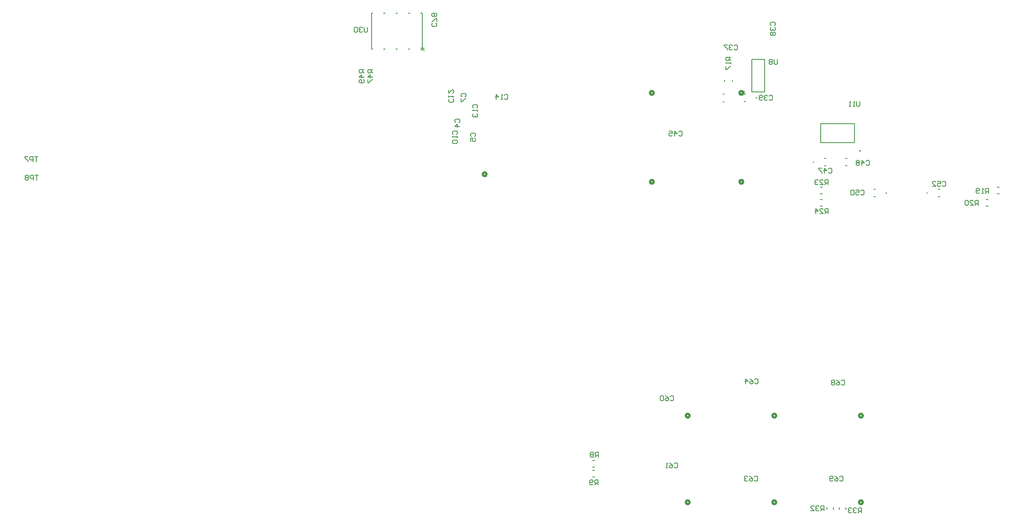
<source format=gbo>
G04*
G04 #@! TF.GenerationSoftware,Altium Limited,Altium Designer,25.1.2 (22)*
G04*
G04 Layer_Color=32896*
%FSLAX25Y25*%
%MOIN*%
G70*
G04*
G04 #@! TF.SameCoordinates,DBC5BB4E-B95F-4F78-ABC1-F02F3F3965D1*
G04*
G04*
G04 #@! TF.FilePolarity,Positive*
G04*
G01*
G75*
%ADD10C,0.00600*%
%ADD11C,0.02000*%
%ADD14C,0.00787*%
%ADD15C,0.00984*%
%ADD17C,0.00800*%
%ADD18C,0.00300*%
D10*
X627750Y385000D02*
G03*
X627750Y385000I-300J0D01*
G01*
X673850Y333000D02*
G03*
X673850Y333000I-300J0D01*
G01*
X709750D02*
G03*
X709750Y333000I-300J0D01*
G01*
X711650Y342150D02*
G03*
X711650Y342150I-500J0D01*
G01*
X732750Y308000D02*
G03*
X732750Y308000I-300J0D01*
G01*
X765850D02*
G03*
X765850Y308000I-300J0D01*
G01*
X356031Y453600D02*
X357300D01*
X316300Y424600D02*
Y453600D01*
X317569D01*
X357300Y424600D02*
Y453600D01*
X356060Y424600D02*
X357300D01*
X346031D02*
X347540D01*
X336031D02*
X337569D01*
X326031D02*
X327569D01*
X316300D02*
X317569D01*
X326031Y453600D02*
X327569D01*
X336031D02*
X337569D01*
X346031D02*
X347569D01*
X617297Y387950D02*
X618703D01*
X617297Y382050D02*
X618703D01*
X601750Y398397D02*
Y399603D01*
X608250Y398397D02*
Y399603D01*
X600397Y381750D02*
X601603D01*
X600397Y388250D02*
X601603D01*
X682297Y335950D02*
X683703D01*
X682297Y330050D02*
X683703D01*
X699297Y335950D02*
X700703D01*
X699297Y330050D02*
X700703D01*
X679350Y348750D02*
X706650D01*
X679350D02*
Y364250D01*
X706650D01*
Y348750D02*
Y364250D01*
X722297Y305050D02*
X723703D01*
X722297Y310950D02*
X723703D01*
X774297D02*
X775703D01*
X774297Y305050D02*
X775703D01*
D11*
X643500Y58000D02*
G03*
X643500Y58000I-1500J0D01*
G01*
X544500Y389000D02*
G03*
X544500Y389000I-1500J0D01*
G01*
Y317100D02*
G03*
X544500Y317100I-1500J0D01*
G01*
X616800D02*
G03*
X616800Y317100I-1500J0D01*
G01*
Y389000D02*
G03*
X616800Y389000I-1500J0D01*
G01*
X409350Y323224D02*
G03*
X409350Y323224I-1500J0D01*
G01*
X713500Y58000D02*
G03*
X713500Y58000I-1500J0D01*
G01*
Y128000D02*
G03*
X713500Y128000I-1500J0D01*
G01*
X573500D02*
G03*
X573500Y128000I-1500J0D01*
G01*
Y58000D02*
G03*
X573500Y58000I-1500J0D01*
G01*
X643500Y128000D02*
G03*
X643500Y128000I-1500J0D01*
G01*
D14*
X495114Y91658D02*
X496886D01*
X495114Y86343D02*
X496886D01*
X495114Y78342D02*
X496886D01*
X495114Y83657D02*
X496886D01*
X822114Y307343D02*
X823886D01*
X822114Y312657D02*
X823886D01*
X813114Y297342D02*
X814886D01*
X813114Y302658D02*
X814886D01*
X623882Y416189D02*
X634118D01*
X623882Y389811D02*
X634118D01*
Y416189D01*
X623882Y389811D02*
Y416189D01*
X679114Y307343D02*
X680886D01*
X679114Y312657D02*
X680886D01*
X679114Y297342D02*
X680886D01*
X679114Y302658D02*
X680886D01*
X689657Y52114D02*
Y53886D01*
X684342Y52114D02*
Y53886D01*
X699657Y52114D02*
Y53886D01*
X694343Y52114D02*
Y53886D01*
D15*
X617878Y389811D02*
G03*
X617878Y389811I-492J0D01*
G01*
D17*
X47000Y322299D02*
X44334D01*
X45667D01*
Y318300D01*
X43001D02*
Y322299D01*
X41002D01*
X40336Y321632D01*
Y320299D01*
X41002Y319633D01*
X43001D01*
X39003Y321632D02*
X38336Y322299D01*
X37003D01*
X36337Y321632D01*
Y320966D01*
X37003Y320299D01*
X36337Y319633D01*
Y318966D01*
X37003Y318300D01*
X38336D01*
X39003Y318966D01*
Y319633D01*
X38336Y320299D01*
X39003Y320966D01*
Y321632D01*
X38336Y320299D02*
X37003D01*
X310299Y407632D02*
X306301D01*
Y405632D01*
X306967Y404966D01*
X308300D01*
X308966Y405632D01*
Y407632D01*
Y406299D02*
X310299Y404966D01*
Y401634D02*
X306301D01*
X308300Y403633D01*
Y400967D01*
X309633Y399634D02*
X310299Y398968D01*
Y397635D01*
X309633Y396968D01*
X306967D01*
X306301Y397635D01*
Y398968D01*
X306967Y399634D01*
X307634D01*
X308300Y398968D01*
Y396968D01*
X313032Y441999D02*
Y438667D01*
X312365Y438001D01*
X311032D01*
X310366Y438667D01*
Y441999D01*
X309033Y441333D02*
X308366Y441999D01*
X307034D01*
X306367Y441333D01*
Y440666D01*
X307034Y440000D01*
X307700D01*
X307034D01*
X306367Y439334D01*
Y438667D01*
X307034Y438001D01*
X308366D01*
X309033Y438667D01*
X305034Y441333D02*
X304368Y441999D01*
X303035D01*
X302368Y441333D01*
Y438667D01*
X303035Y438001D01*
X304368D01*
X305034Y438667D01*
Y441333D01*
X368333Y445334D02*
X368999Y444668D01*
Y443335D01*
X368333Y442668D01*
X365667D01*
X365001Y443335D01*
Y444668D01*
X365667Y445334D01*
X368999Y446667D02*
Y449333D01*
X368333D01*
X365667Y446667D01*
X365001D01*
X368333Y450666D02*
X368999Y451332D01*
Y452665D01*
X368333Y453332D01*
X367666D01*
X367000Y452665D01*
X366334Y453332D01*
X365667D01*
X365001Y452665D01*
Y451332D01*
X365667Y450666D01*
X366334D01*
X367000Y451332D01*
X367666Y450666D01*
X368333D01*
X367000Y451332D02*
Y452665D01*
X384567Y365166D02*
X383901Y365833D01*
Y367166D01*
X384567Y367832D01*
X387233D01*
X387899Y367166D01*
Y365833D01*
X387233Y365166D01*
X387899Y361834D02*
X383901D01*
X385900Y363833D01*
Y361168D01*
X397067Y353666D02*
X396401Y354333D01*
Y355666D01*
X397067Y356332D01*
X399733D01*
X400399Y355666D01*
Y354333D01*
X399733Y353666D01*
X396401Y349668D02*
Y352333D01*
X398400D01*
X397734Y351001D01*
Y350334D01*
X398400Y349668D01*
X399733D01*
X400399Y350334D01*
Y351667D01*
X399733Y352333D01*
X389467Y385666D02*
X388801Y386333D01*
Y387666D01*
X389467Y388332D01*
X392133D01*
X392799Y387666D01*
Y386333D01*
X392133Y385666D01*
X388801Y384333D02*
Y381668D01*
X389467D01*
X392133Y384333D01*
X392799D01*
X382467Y355333D02*
X381801Y355999D01*
Y357332D01*
X382467Y357998D01*
X385133D01*
X385799Y357332D01*
Y355999D01*
X385133Y355333D01*
X385799Y354000D02*
Y352667D01*
Y353333D01*
X381801D01*
X382467Y354000D01*
Y350667D02*
X381801Y350001D01*
Y348668D01*
X382467Y348002D01*
X385133D01*
X385799Y348668D01*
Y350001D01*
X385133Y350667D01*
X382467D01*
X382233Y384267D02*
X382899Y383601D01*
Y382268D01*
X382233Y381602D01*
X379567D01*
X378901Y382268D01*
Y383601D01*
X379567Y384267D01*
X378901Y385600D02*
Y386933D01*
Y386267D01*
X382899D01*
X382233Y385600D01*
X378901Y391598D02*
Y388933D01*
X381566Y391598D01*
X382233D01*
X382899Y390932D01*
Y389599D01*
X382233Y388933D01*
X398867Y376633D02*
X398201Y377299D01*
Y378632D01*
X398867Y379298D01*
X401533D01*
X402199Y378632D01*
Y377299D01*
X401533Y376633D01*
X402199Y375300D02*
Y373967D01*
Y374633D01*
X398201D01*
X398867Y375300D01*
Y371967D02*
X398201Y371301D01*
Y369968D01*
X398867Y369302D01*
X399534D01*
X400200Y369968D01*
Y370635D01*
Y369968D01*
X400866Y369302D01*
X401533D01*
X402199Y369968D01*
Y371301D01*
X401533Y371967D01*
X423733Y387033D02*
X424399Y387699D01*
X425732D01*
X426398Y387033D01*
Y384367D01*
X425732Y383701D01*
X424399D01*
X423733Y384367D01*
X422400Y383701D02*
X421067D01*
X421733D01*
Y387699D01*
X422400Y387033D01*
X417068Y383701D02*
Y387699D01*
X419067Y385700D01*
X416402D01*
X609466Y427033D02*
X610132Y427699D01*
X611465D01*
X612132Y427033D01*
Y424367D01*
X611465Y423701D01*
X610132D01*
X609466Y424367D01*
X608133Y427033D02*
X607466Y427699D01*
X606134D01*
X605467Y427033D01*
Y426366D01*
X606134Y425700D01*
X606800D01*
X606134D01*
X605467Y425034D01*
Y424367D01*
X606134Y423701D01*
X607466D01*
X608133Y424367D01*
X604134Y427699D02*
X601468D01*
Y427033D01*
X604134Y424367D01*
Y423701D01*
X639367Y443566D02*
X638701Y444232D01*
Y445565D01*
X639367Y446232D01*
X642033D01*
X642699Y445565D01*
Y444232D01*
X642033Y443566D01*
X639367Y442233D02*
X638701Y441566D01*
Y440234D01*
X639367Y439567D01*
X640034D01*
X640700Y440234D01*
Y440900D01*
Y440234D01*
X641366Y439567D01*
X642033D01*
X642699Y440234D01*
Y441566D01*
X642033Y442233D01*
X639367Y438234D02*
X638701Y437568D01*
Y436235D01*
X639367Y435568D01*
X640034D01*
X640700Y436235D01*
X641366Y435568D01*
X642033D01*
X642699Y436235D01*
Y437568D01*
X642033Y438234D01*
X641366D01*
X640700Y437568D01*
X640034Y438234D01*
X639367D01*
X640700Y437568D02*
Y436235D01*
X637766Y386433D02*
X638432Y387099D01*
X639765D01*
X640432Y386433D01*
Y383767D01*
X639765Y383101D01*
X638432D01*
X637766Y383767D01*
X636433Y386433D02*
X635766Y387099D01*
X634434D01*
X633767Y386433D01*
Y385766D01*
X634434Y385100D01*
X635100D01*
X634434D01*
X633767Y384434D01*
Y383767D01*
X634434Y383101D01*
X635766D01*
X636433Y383767D01*
X632434D02*
X631768Y383101D01*
X630435D01*
X629768Y383767D01*
Y386433D01*
X630435Y387099D01*
X631768D01*
X632434Y386433D01*
Y385766D01*
X631768Y385100D01*
X629768D01*
X499732Y94401D02*
Y98399D01*
X497733D01*
X497066Y97733D01*
Y96400D01*
X497733Y95734D01*
X499732D01*
X498399D02*
X497066Y94401D01*
X495733Y97733D02*
X495067Y98399D01*
X493734D01*
X493068Y97733D01*
Y97066D01*
X493734Y96400D01*
X493068Y95734D01*
Y95067D01*
X493734Y94401D01*
X495067D01*
X495733Y95067D01*
Y95734D01*
X495067Y96400D01*
X495733Y97066D01*
Y97733D01*
X495067Y96400D02*
X493734D01*
X499532Y72101D02*
Y76099D01*
X497533D01*
X496866Y75433D01*
Y74100D01*
X497533Y73434D01*
X499532D01*
X498199D02*
X496866Y72101D01*
X495534Y72767D02*
X494867Y72101D01*
X493534D01*
X492868Y72767D01*
Y75433D01*
X493534Y76099D01*
X494867D01*
X495534Y75433D01*
Y74766D01*
X494867Y74100D01*
X492868D01*
X606799Y417698D02*
X602801D01*
Y415699D01*
X603467Y415033D01*
X604800D01*
X605466Y415699D01*
Y417698D01*
Y416365D02*
X606799Y415033D01*
Y413700D02*
Y412367D01*
Y413033D01*
X602801D01*
X603467Y413700D01*
X602801Y410367D02*
Y407702D01*
X603467D01*
X606133Y410367D01*
X606799D01*
X815098Y307901D02*
Y311899D01*
X813099D01*
X812433Y311233D01*
Y309900D01*
X813099Y309234D01*
X815098D01*
X813766D02*
X812433Y307901D01*
X811100D02*
X809767D01*
X810433D01*
Y311899D01*
X811100Y311233D01*
X807767Y308567D02*
X807101Y307901D01*
X805768D01*
X805102Y308567D01*
Y311233D01*
X805768Y311899D01*
X807101D01*
X807767Y311233D01*
Y310566D01*
X807101Y309900D01*
X805102D01*
X806632Y298001D02*
Y301999D01*
X804632D01*
X803966Y301333D01*
Y300000D01*
X804632Y299334D01*
X806632D01*
X805299D02*
X803966Y298001D01*
X799967D02*
X802633D01*
X799967Y300666D01*
Y301333D01*
X800634Y301999D01*
X801966D01*
X802633Y301333D01*
X798634D02*
X797968Y301999D01*
X796635D01*
X795968Y301333D01*
Y298667D01*
X796635Y298001D01*
X797968D01*
X798634Y298667D01*
Y301333D01*
X644532Y416199D02*
Y412867D01*
X643866Y412201D01*
X642533D01*
X641866Y412867D01*
Y416199D01*
X640533Y415533D02*
X639867Y416199D01*
X638534D01*
X637868Y415533D01*
Y414866D01*
X638534Y414200D01*
X637868Y413534D01*
Y412867D01*
X638534Y412201D01*
X639867D01*
X640533Y412867D01*
Y413534D01*
X639867Y414200D01*
X640533Y414866D01*
Y415533D01*
X639867Y414200D02*
X638534D01*
X564866Y357433D02*
X565532Y358099D01*
X566865D01*
X567532Y357433D01*
Y354767D01*
X566865Y354101D01*
X565532D01*
X564866Y354767D01*
X561534Y354101D02*
Y358099D01*
X563533Y356100D01*
X560867D01*
X556868Y358099D02*
X559534D01*
Y356100D01*
X558201Y356766D01*
X557535D01*
X556868Y356100D01*
Y354767D01*
X557535Y354101D01*
X558868D01*
X559534Y354767D01*
X685766Y327533D02*
X686432Y328199D01*
X687765D01*
X688432Y327533D01*
Y324867D01*
X687765Y324201D01*
X686432D01*
X685766Y324867D01*
X682434Y324201D02*
Y328199D01*
X684433Y326200D01*
X681767D01*
X680434Y328199D02*
X677768D01*
Y327533D01*
X680434Y324867D01*
Y324201D01*
X715966Y333933D02*
X716632Y334599D01*
X717965D01*
X718632Y333933D01*
Y331267D01*
X717965Y330601D01*
X716632D01*
X715966Y331267D01*
X712634Y330601D02*
Y334599D01*
X714633Y332600D01*
X711967D01*
X710634Y333933D02*
X709968Y334599D01*
X708635D01*
X707968Y333933D01*
Y333266D01*
X708635Y332600D01*
X707968Y331934D01*
Y331267D01*
X708635Y330601D01*
X709968D01*
X710634Y331267D01*
Y331934D01*
X709968Y332600D01*
X710634Y333266D01*
Y333933D01*
X709968Y332600D02*
X708635D01*
X711200Y381999D02*
Y378666D01*
X710534Y378000D01*
X709201D01*
X708534Y378666D01*
Y381999D01*
X707201Y378000D02*
X705868D01*
X706535D01*
Y381999D01*
X707201Y381332D01*
X703869Y378000D02*
X702536D01*
X703203D01*
Y381999D01*
X703869Y381332D01*
X46900Y337399D02*
X44234D01*
X45567D01*
Y333400D01*
X42901D02*
Y337399D01*
X40902D01*
X40235Y336732D01*
Y335399D01*
X40902Y334733D01*
X42901D01*
X38903Y337399D02*
X36237D01*
Y336732D01*
X38903Y334066D01*
Y333400D01*
X711866Y309733D02*
X712532Y310399D01*
X713865D01*
X714532Y309733D01*
Y307067D01*
X713865Y306401D01*
X712532D01*
X711866Y307067D01*
X707867Y310399D02*
X710533D01*
Y308400D01*
X709200Y309066D01*
X708534D01*
X707867Y308400D01*
Y307067D01*
X708534Y306401D01*
X709866D01*
X710533Y307067D01*
X706534Y309733D02*
X705868Y310399D01*
X704535D01*
X703868Y309733D01*
Y307067D01*
X704535Y306401D01*
X705868D01*
X706534Y307067D01*
Y309733D01*
X777666Y316633D02*
X778332Y317299D01*
X779665D01*
X780332Y316633D01*
Y313967D01*
X779665Y313301D01*
X778332D01*
X777666Y313967D01*
X773667Y317299D02*
X776333D01*
Y315300D01*
X775000Y315966D01*
X774334D01*
X773667Y315300D01*
Y313967D01*
X774334Y313301D01*
X775666D01*
X776333Y313967D01*
X769668Y313301D02*
X772334D01*
X769668Y315966D01*
Y316633D01*
X770335Y317299D01*
X771668D01*
X772334Y316633D01*
X557666Y143433D02*
X558332Y144099D01*
X559665D01*
X560332Y143433D01*
Y140767D01*
X559665Y140101D01*
X558332D01*
X557666Y140767D01*
X553667Y144099D02*
X555000Y143433D01*
X556333Y142100D01*
Y140767D01*
X555666Y140101D01*
X554334D01*
X553667Y140767D01*
Y141434D01*
X554334Y142100D01*
X556333D01*
X552334Y143433D02*
X551668Y144099D01*
X550335D01*
X549668Y143433D01*
Y140767D01*
X550335Y140101D01*
X551668D01*
X552334Y140767D01*
Y143433D01*
X561199Y89133D02*
X561866Y89799D01*
X563199D01*
X563865Y89133D01*
Y86467D01*
X563199Y85801D01*
X561866D01*
X561199Y86467D01*
X557201Y89799D02*
X558534Y89133D01*
X559866Y87800D01*
Y86467D01*
X559200Y85801D01*
X557867D01*
X557201Y86467D01*
Y87134D01*
X557867Y87800D01*
X559866D01*
X555868Y85801D02*
X554535D01*
X555201D01*
Y89799D01*
X555868Y89133D01*
X625866Y78333D02*
X626532Y78999D01*
X627865D01*
X628532Y78333D01*
Y75667D01*
X627865Y75001D01*
X626532D01*
X625866Y75667D01*
X621867Y78999D02*
X623200Y78333D01*
X624533Y77000D01*
Y75667D01*
X623866Y75001D01*
X622534D01*
X621867Y75667D01*
Y76334D01*
X622534Y77000D01*
X624533D01*
X620534Y78333D02*
X619868Y78999D01*
X618535D01*
X617868Y78333D01*
Y77666D01*
X618535Y77000D01*
X619201D01*
X618535D01*
X617868Y76334D01*
Y75667D01*
X618535Y75001D01*
X619868D01*
X620534Y75667D01*
X626266Y157033D02*
X626932Y157699D01*
X628265D01*
X628932Y157033D01*
Y154367D01*
X628265Y153701D01*
X626932D01*
X626266Y154367D01*
X622267Y157699D02*
X623600Y157033D01*
X624933Y155700D01*
Y154367D01*
X624266Y153701D01*
X622934D01*
X622267Y154367D01*
Y155034D01*
X622934Y155700D01*
X624933D01*
X618935Y153701D02*
Y157699D01*
X620934Y155700D01*
X618268D01*
X695966Y156133D02*
X696632Y156799D01*
X697965D01*
X698632Y156133D01*
Y153467D01*
X697965Y152801D01*
X696632D01*
X695966Y153467D01*
X691967Y156799D02*
X693300Y156133D01*
X694633Y154800D01*
Y153467D01*
X693966Y152801D01*
X692634D01*
X691967Y153467D01*
Y154133D01*
X692634Y154800D01*
X694633D01*
X690634Y156133D02*
X689968Y156799D01*
X688635D01*
X687968Y156133D01*
Y155466D01*
X688635Y154800D01*
X687968Y154133D01*
Y153467D01*
X688635Y152801D01*
X689968D01*
X690634Y153467D01*
Y154133D01*
X689968Y154800D01*
X690634Y155466D01*
Y156133D01*
X689968Y154800D02*
X688635D01*
X694866Y78333D02*
X695532Y78999D01*
X696865D01*
X697532Y78333D01*
Y75667D01*
X696865Y75001D01*
X695532D01*
X694866Y75667D01*
X690867Y78999D02*
X692200Y78333D01*
X693533Y77000D01*
Y75667D01*
X692866Y75001D01*
X691534D01*
X690867Y75667D01*
Y76334D01*
X691534Y77000D01*
X693533D01*
X689534Y75667D02*
X688868Y75001D01*
X687535D01*
X686868Y75667D01*
Y78333D01*
X687535Y78999D01*
X688868D01*
X689534Y78333D01*
Y77666D01*
X688868Y77000D01*
X686868D01*
X685432Y314701D02*
Y318699D01*
X683432D01*
X682766Y318033D01*
Y316700D01*
X683432Y316034D01*
X685432D01*
X684099D02*
X682766Y314701D01*
X678767D02*
X681433D01*
X678767Y317366D01*
Y318033D01*
X679434Y318699D01*
X680766D01*
X681433Y318033D01*
X677434D02*
X676768Y318699D01*
X675435D01*
X674768Y318033D01*
Y317366D01*
X675435Y316700D01*
X676101D01*
X675435D01*
X674768Y316034D01*
Y315367D01*
X675435Y314701D01*
X676768D01*
X677434Y315367D01*
X685432Y291401D02*
Y295399D01*
X683432D01*
X682766Y294733D01*
Y293400D01*
X683432Y292734D01*
X685432D01*
X684099D02*
X682766Y291401D01*
X678767D02*
X681433D01*
X678767Y294066D01*
Y294733D01*
X679434Y295399D01*
X680766D01*
X681433Y294733D01*
X675435Y291401D02*
Y295399D01*
X677434Y293400D01*
X674768D01*
X682232Y51001D02*
Y54999D01*
X680232D01*
X679566Y54333D01*
Y53000D01*
X680232Y52334D01*
X682232D01*
X680899D02*
X679566Y51001D01*
X678233Y54333D02*
X677566Y54999D01*
X676234D01*
X675567Y54333D01*
Y53666D01*
X676234Y53000D01*
X676900D01*
X676234D01*
X675567Y52334D01*
Y51667D01*
X676234Y51001D01*
X677566D01*
X678233Y51667D01*
X671568Y51001D02*
X674234D01*
X671568Y53666D01*
Y54333D01*
X672235Y54999D01*
X673568D01*
X674234Y54333D01*
X712532Y49301D02*
Y53299D01*
X710532D01*
X709866Y52633D01*
Y51300D01*
X710532Y50634D01*
X712532D01*
X711199D02*
X709866Y49301D01*
X708533Y52633D02*
X707866Y53299D01*
X706534D01*
X705867Y52633D01*
Y51966D01*
X706534Y51300D01*
X707200D01*
X706534D01*
X705867Y50634D01*
Y49967D01*
X706534Y49301D01*
X707866D01*
X708533Y49967D01*
X704534Y52633D02*
X703868Y53299D01*
X702535D01*
X701868Y52633D01*
Y51966D01*
X702535Y51300D01*
X703201D01*
X702535D01*
X701868Y50634D01*
Y49967D01*
X702535Y49301D01*
X703868D01*
X704534Y49967D01*
X317399Y407632D02*
X313401D01*
Y405632D01*
X314067Y404966D01*
X315400D01*
X316066Y405632D01*
Y407632D01*
Y406299D02*
X317399Y404966D01*
Y401634D02*
X313401D01*
X315400Y403633D01*
Y400967D01*
X313401Y399634D02*
Y396968D01*
X314067D01*
X316733Y399634D01*
X317399D01*
D18*
X359415Y422850D02*
X356083Y426182D01*
Y422850D02*
X359415Y426182D01*
X357749Y422850D02*
Y426182D01*
X356083Y424516D02*
X359415D01*
M02*

</source>
